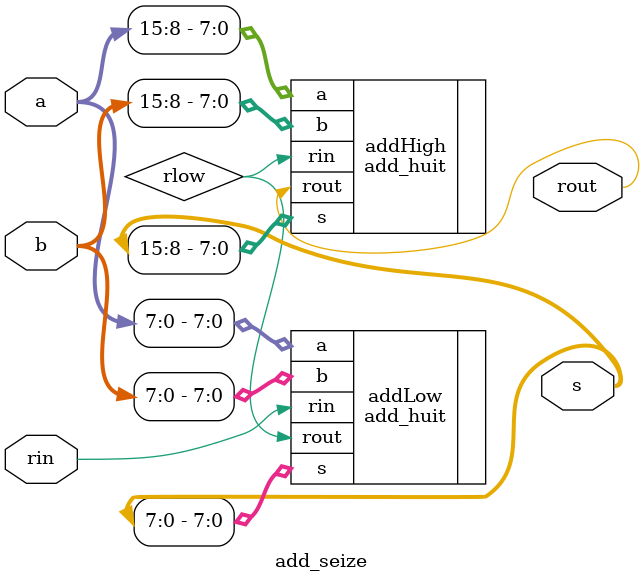
<source format=v>
`include "add_huit.v"

module add_seize (a, b, rin, s, rout);
    input [15:0] a;
    input [15:0] b;
    input rin;
    output [15:0] s;
    output rout;

    wire rlow;

    add_huit addLow (
        .a (a[7:0]), 
        .b (b[7:0]), 
        .rin (rin), 
        .s (s[7:0]), 
        .rout (rlow)
    );

    add_huit addHigh (
        .a (a[15:8]), 
        .b (b[15:8]), 
        .rin (rlow), 
        .s (s[15:8]), 
        .rout (rout)
    );


endmodule
</source>
